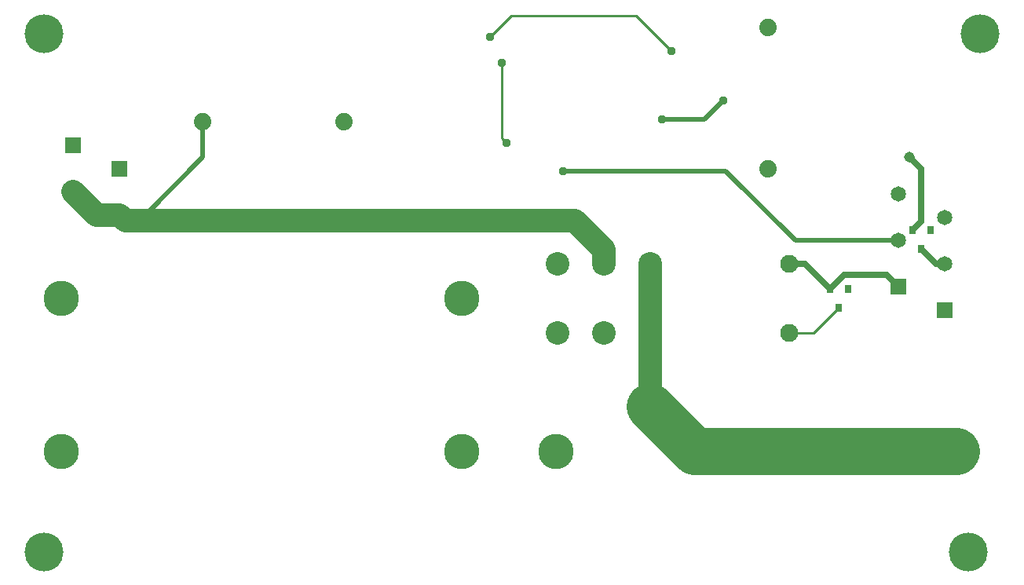
<source format=gbl>
G75*
%MOIN*%
%OFA0B0*%
%FSLAX24Y24*%
%IPPOS*%
%LPD*%
%AMOC8*
5,1,8,0,0,1.08239X$1,22.5*
%
%ADD10R,0.0315X0.0354*%
%ADD11R,0.0650X0.0650*%
%ADD12C,0.0650*%
%ADD13C,0.1500*%
%ADD14C,0.0768*%
%ADD15C,0.1000*%
%ADD16C,0.0740*%
%ADD17C,0.0100*%
%ADD18C,0.0250*%
%ADD19C,0.2000*%
%ADD20C,0.1000*%
%ADD21C,0.1650*%
%ADD22C,0.0376*%
%ADD23C,0.0200*%
%ADD24C,0.0450*%
D10*
X034926Y012494D03*
X035674Y012494D03*
X035300Y011706D03*
X038800Y014206D03*
X038426Y014994D03*
X039174Y014994D03*
D11*
X037831Y012584D03*
X039800Y011600D03*
X004769Y017616D03*
X002800Y018600D03*
D12*
X002800Y016631D03*
X004769Y015647D03*
X037831Y016521D03*
X039800Y015537D03*
X037831Y014553D03*
X039800Y013569D03*
D13*
X040300Y005600D03*
X023300Y005600D03*
X019300Y005600D03*
X019300Y012100D03*
X002300Y012100D03*
X002300Y005600D03*
D14*
X033206Y010624D03*
X033206Y013576D03*
D15*
X027300Y013576D03*
X025331Y013576D03*
X023363Y013576D03*
X023363Y010624D03*
X025331Y010624D03*
X027300Y010624D03*
D16*
X032300Y017600D03*
X032300Y023600D03*
X014300Y019600D03*
X008300Y019600D03*
D17*
X020500Y023200D02*
X021400Y024100D01*
X026700Y024100D01*
X028200Y022600D01*
X021000Y022100D02*
X021000Y018900D01*
X021200Y018700D01*
X033206Y010624D02*
X034217Y010624D01*
X035300Y011706D01*
D18*
X034926Y012494D02*
X033843Y013576D01*
X033206Y013576D01*
X034926Y012494D02*
X035532Y013100D01*
X037316Y013100D01*
X037831Y012584D01*
X039438Y013569D02*
X039800Y013569D01*
X039438Y013569D02*
X038800Y014206D01*
X038426Y014994D02*
X038800Y015368D01*
X038800Y017600D01*
X038300Y018100D01*
D19*
X027300Y007500D02*
X029200Y005600D01*
X040300Y005600D01*
D20*
X027300Y007500D02*
X027300Y010624D01*
X027300Y013576D01*
X025331Y013576D02*
X025331Y014169D01*
X024100Y015400D01*
X005016Y015400D01*
X004769Y015647D01*
X003784Y015647D01*
X002800Y016631D01*
D21*
X001550Y001350D03*
X001552Y023350D03*
X040800Y001350D03*
X041300Y023350D03*
D22*
X030400Y020500D03*
X027800Y019700D03*
X023600Y017500D03*
X021200Y018700D03*
X021000Y022100D03*
X020500Y023200D03*
X028200Y022600D03*
D23*
X030400Y020500D02*
X029600Y019700D01*
X027800Y019700D01*
X030500Y017500D02*
X033447Y014553D01*
X037831Y014553D01*
X030500Y017500D02*
X023600Y017500D01*
X008300Y018100D02*
X008300Y019600D01*
X008300Y018100D02*
X005847Y015647D01*
X004769Y015647D01*
D24*
X038300Y018100D03*
M02*

</source>
